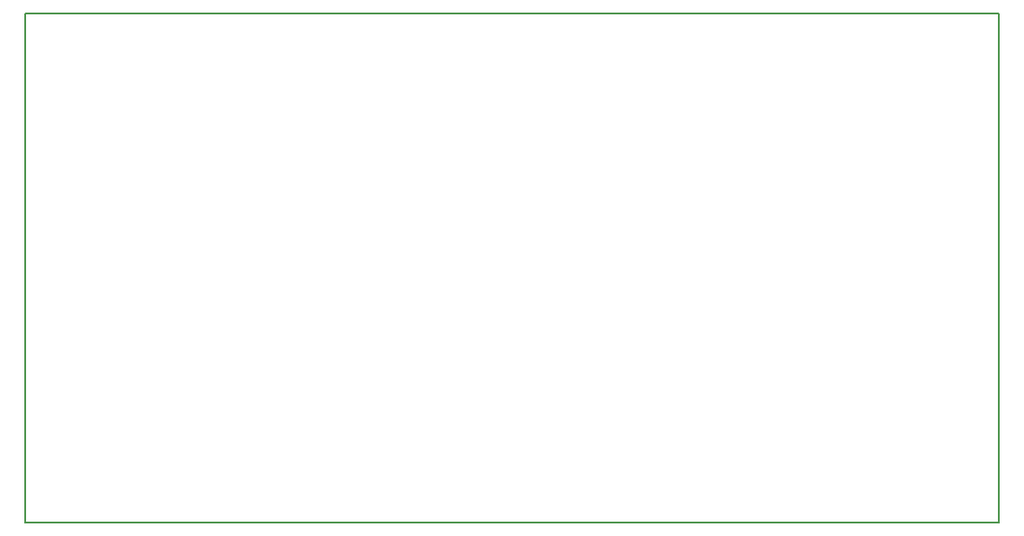
<source format=gm1>
G04 #@! TF.FileFunction,Profile,NP*
%FSLAX46Y46*%
G04 Gerber Fmt 4.6, Leading zero omitted, Abs format (unit mm)*
G04 Created by KiCad (PCBNEW 4.0.7) date Mon Dec  3 14:16:20 2018*
%MOMM*%
%LPD*%
G01*
G04 APERTURE LIST*
%ADD10C,0.100000*%
%ADD11C,0.150000*%
G04 APERTURE END LIST*
D10*
D11*
X115824000Y-72898000D02*
X115824000Y-24892000D01*
X24130000Y-72898000D02*
X115824000Y-72898000D01*
X24130000Y-24892000D02*
X24130000Y-72898000D01*
X115824000Y-24892000D02*
X24130000Y-24892000D01*
M02*

</source>
